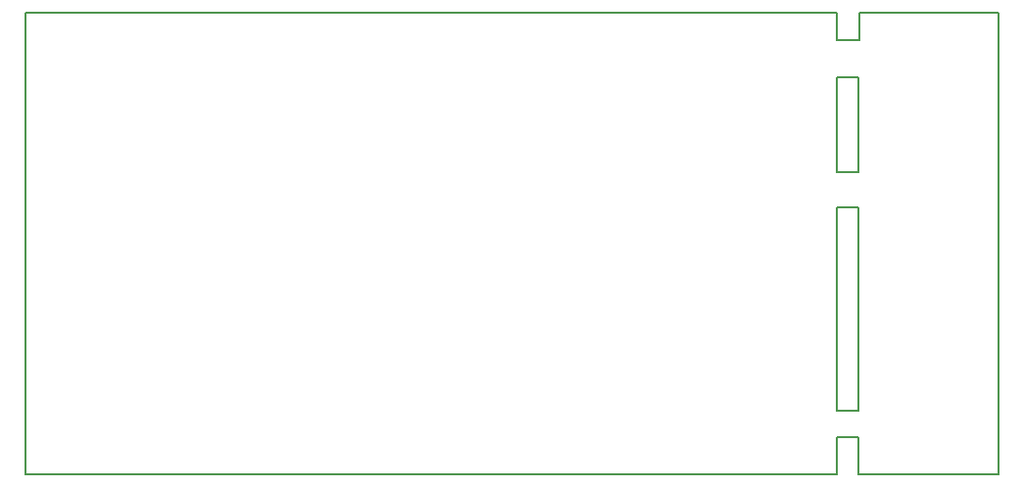
<source format=gbr>
%TF.GenerationSoftware,KiCad,Pcbnew,(5.1.2)-1*%
%TF.CreationDate,2019-05-30T14:12:01+02:00*%
%TF.ProjectId,LEOLED_rev1,4c454f4c-4544-45f7-9265-76312e6b6963,1*%
%TF.SameCoordinates,Original*%
%TF.FileFunction,Profile,NP*%
%FSLAX46Y46*%
G04 Gerber Fmt 4.6, Leading zero omitted, Abs format (unit mm)*
G04 Created by KiCad (PCBNEW (5.1.2)-1) date 2019-05-30 14:12:01*
%MOMM*%
%LPD*%
G04 APERTURE LIST*
%ADD10C,0.150000*%
G04 APERTURE END LIST*
D10*
X72000000Y0D02*
X84100000Y0D01*
X72000000Y3200000D02*
X72000000Y0D01*
X70100000Y3200000D02*
X72000000Y3200000D01*
X70100000Y3200000D02*
X70100000Y0D01*
X70100000Y5500000D02*
X70100000Y23100000D01*
X72000000Y5500000D02*
X70100000Y5500000D01*
X72000000Y23100000D02*
X72000000Y5500000D01*
X70100000Y23100000D02*
X72000000Y23100000D01*
X84100000Y40000000D02*
X72100000Y40000000D01*
X70100000Y40000000D02*
X70100000Y37600000D01*
X72100000Y37600000D02*
X72100000Y40000000D01*
X70100000Y37600000D02*
X72100000Y37600000D01*
X70100000Y34400000D02*
X70100000Y33500000D01*
X72000000Y34400000D02*
X70100000Y34400000D01*
X72000000Y26200000D02*
X72000000Y34400000D01*
X70100000Y26200000D02*
X72000000Y26200000D01*
X70100000Y33500000D02*
X70100000Y26200000D01*
X70100000Y40000000D02*
X0Y40000000D01*
X84100000Y0D02*
X84100000Y40000000D01*
X0Y0D02*
X70100000Y0D01*
X0Y40000000D02*
X0Y0D01*
M02*

</source>
